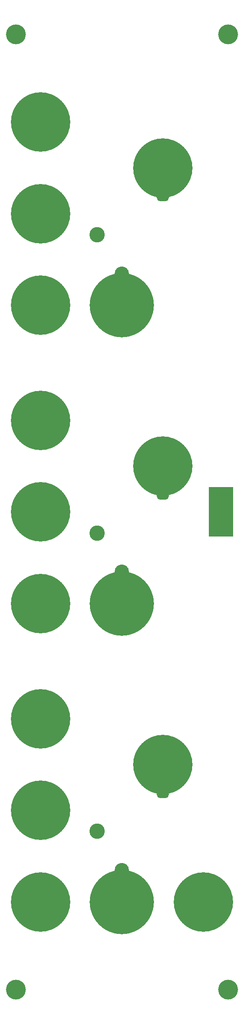
<source format=gbs>
%TF.GenerationSoftware,KiCad,Pcbnew,9.0.0*%
%TF.CreationDate,2025-03-16T10:30:10+01:00*%
%TF.ProjectId,DMH_Tripple_VCA_PANEL,444d485f-5472-4697-9070-6c655f564341,rev?*%
%TF.SameCoordinates,Original*%
%TF.FileFunction,Soldermask,Bot*%
%TF.FilePolarity,Negative*%
%FSLAX46Y46*%
G04 Gerber Fmt 4.6, Leading zero omitted, Abs format (unit mm)*
G04 Created by KiCad (PCBNEW 9.0.0) date 2025-03-16 10:30:10*
%MOMM*%
%LPD*%
G01*
G04 APERTURE LIST*
%ADD10C,12.000000*%
%ADD11O,2.500000X1.500000*%
%ADD12C,4.000000*%
%ADD13C,0.500000*%
%ADD14C,3.100000*%
%ADD15C,2.900000*%
%ADD16C,13.000000*%
%ADD17R,5.000000X10.000000*%
G04 APERTURE END LIST*
D10*
%TO.C,H13*%
X83250000Y-181000000D03*
D11*
X83250000Y-187000000D03*
%TD*%
D12*
%TO.C,H3*%
X53500000Y-226500000D03*
%TD*%
D13*
%TO.C,H11*%
X52800000Y-130000000D03*
X54460000Y-125970000D03*
X54470000Y-134040000D03*
X58500000Y-124300000D03*
D10*
X58500000Y-130000000D03*
D13*
X58500000Y-135700000D03*
X62530000Y-134040000D03*
X62540000Y-125970000D03*
X64200000Y-130000000D03*
%TD*%
D14*
%TO.C,H22*%
X70000000Y-134250000D03*
%TD*%
D13*
%TO.C,H7*%
X52800000Y-69750000D03*
X54460000Y-65720000D03*
X54470000Y-73790000D03*
X58500000Y-64050000D03*
D10*
X58500000Y-69750000D03*
D13*
X58500000Y-75450000D03*
X62530000Y-73790000D03*
X62540000Y-65720000D03*
X64200000Y-69750000D03*
%TD*%
D15*
%TO.C,H20*%
X75000000Y-142100000D03*
D16*
X75000000Y-148500000D03*
%TD*%
D13*
%TO.C,H16*%
X52800000Y-208750000D03*
X54460000Y-204720000D03*
X54470000Y-212790000D03*
X58500000Y-203050000D03*
D10*
X58500000Y-208750000D03*
D13*
X58500000Y-214450000D03*
X62530000Y-212790000D03*
X62540000Y-204720000D03*
X64200000Y-208750000D03*
%TD*%
D14*
%TO.C,H23*%
X70000000Y-194500000D03*
%TD*%
%TO.C,H17*%
X70000000Y-74000000D03*
%TD*%
D13*
%TO.C,H15*%
X52800000Y-190250000D03*
X54460000Y-186220000D03*
X54470000Y-194290000D03*
X58500000Y-184550000D03*
D10*
X58500000Y-190250000D03*
D13*
X58500000Y-195950000D03*
X62530000Y-194290000D03*
X62540000Y-186220000D03*
X64200000Y-190250000D03*
%TD*%
%TO.C,H12*%
X52800000Y-148500000D03*
X54460000Y-144470000D03*
X54470000Y-152540000D03*
X58500000Y-142800000D03*
D10*
X58500000Y-148500000D03*
D13*
X58500000Y-154200000D03*
X62530000Y-152540000D03*
X62540000Y-144470000D03*
X64200000Y-148500000D03*
%TD*%
%TO.C,H14*%
X52800000Y-171750000D03*
X54460000Y-167720000D03*
X54470000Y-175790000D03*
X58500000Y-166050000D03*
D10*
X58500000Y-171750000D03*
D13*
X58500000Y-177450000D03*
X62530000Y-175790000D03*
X62540000Y-167720000D03*
X64200000Y-171750000D03*
%TD*%
%TO.C,H10*%
X52800000Y-111500000D03*
X54460000Y-107470000D03*
X54470000Y-115540000D03*
X58500000Y-105800000D03*
D10*
X58500000Y-111500000D03*
D13*
X58500000Y-117200000D03*
X62530000Y-115540000D03*
X62540000Y-107470000D03*
X64200000Y-111500000D03*
%TD*%
D10*
%TO.C,H5*%
X83250000Y-60500000D03*
D11*
X83250000Y-66500000D03*
%TD*%
D15*
%TO.C,H21*%
X75000000Y-202350000D03*
D16*
X75000000Y-208750000D03*
%TD*%
D12*
%TO.C,H2*%
X96500000Y-33500000D03*
%TD*%
%TO.C,H4*%
X96500000Y-226500000D03*
%TD*%
%TO.C,H1*%
X53500000Y-33500000D03*
%TD*%
D15*
%TO.C,H19*%
X75000000Y-81850000D03*
D16*
X75000000Y-88250000D03*
%TD*%
D10*
%TO.C,H9*%
X83250000Y-120750000D03*
D11*
X83250000Y-126750000D03*
%TD*%
D13*
%TO.C,H6*%
X52800000Y-51250000D03*
X54460000Y-47220000D03*
X54470000Y-55290000D03*
X58500000Y-45550000D03*
D10*
X58500000Y-51250000D03*
D13*
X58500000Y-56950000D03*
X62530000Y-55290000D03*
X62540000Y-47220000D03*
X64200000Y-51250000D03*
%TD*%
%TO.C,H18*%
X85800000Y-208750000D03*
X87460000Y-204720000D03*
X87470000Y-212790000D03*
X91500000Y-203050000D03*
D10*
X91500000Y-208750000D03*
D13*
X91500000Y-214450000D03*
X95530000Y-212790000D03*
X95540000Y-204720000D03*
X97200000Y-208750000D03*
%TD*%
%TO.C,H8*%
X52800000Y-88250000D03*
X54460000Y-84220000D03*
X54470000Y-92290000D03*
X58500000Y-82550000D03*
D10*
X58500000Y-88250000D03*
D13*
X58500000Y-93950000D03*
X62530000Y-92290000D03*
X62540000Y-84220000D03*
X64200000Y-88250000D03*
%TD*%
D17*
%TO.C,J0*%
X95000000Y-130000000D03*
%TD*%
M02*

</source>
